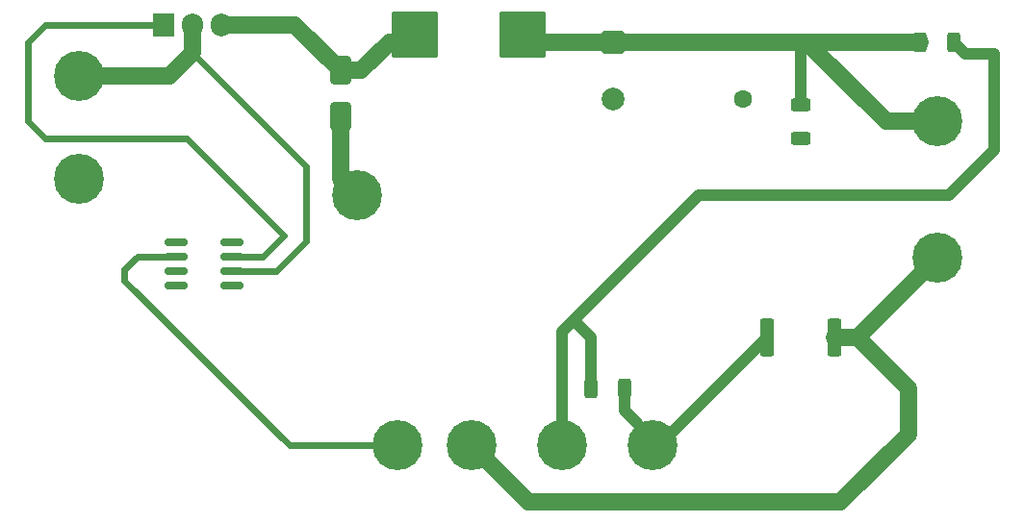
<source format=gtl>
%TF.GenerationSoftware,KiCad,Pcbnew,9.0.2*%
%TF.CreationDate,2025-06-21T01:00:01+02:00*%
%TF.ProjectId,schaltung,73636861-6c74-4756-9e67-2e6b69636164,B*%
%TF.SameCoordinates,Original*%
%TF.FileFunction,Copper,L1,Top*%
%TF.FilePolarity,Positive*%
%FSLAX46Y46*%
G04 Gerber Fmt 4.6, Leading zero omitted, Abs format (unit mm)*
G04 Created by KiCad (PCBNEW 9.0.2) date 2025-06-21 01:00:01*
%MOMM*%
%LPD*%
G01*
G04 APERTURE LIST*
G04 Aperture macros list*
%AMRoundRect*
0 Rectangle with rounded corners*
0 $1 Rounding radius*
0 $2 $3 $4 $5 $6 $7 $8 $9 X,Y pos of 4 corners*
0 Add a 4 corners polygon primitive as box body*
4,1,4,$2,$3,$4,$5,$6,$7,$8,$9,$2,$3,0*
0 Add four circle primitives for the rounded corners*
1,1,$1+$1,$2,$3*
1,1,$1+$1,$4,$5*
1,1,$1+$1,$6,$7*
1,1,$1+$1,$8,$9*
0 Add four rect primitives between the rounded corners*
20,1,$1+$1,$2,$3,$4,$5,0*
20,1,$1+$1,$4,$5,$6,$7,0*
20,1,$1+$1,$6,$7,$8,$9,0*
20,1,$1+$1,$8,$9,$2,$3,0*%
G04 Aperture macros list end*
%TA.AperFunction,SMDPad,CuDef*%
%ADD10RoundRect,0.250000X-0.625000X0.312500X-0.625000X-0.312500X0.625000X-0.312500X0.625000X0.312500X0*%
%TD*%
%TA.AperFunction,SMDPad,CuDef*%
%ADD11RoundRect,0.250000X-0.312500X-0.625000X0.312500X-0.625000X0.312500X0.625000X-0.312500X0.625000X0*%
%TD*%
%TA.AperFunction,ComponentPad*%
%ADD12C,4.400000*%
%TD*%
%TA.AperFunction,SMDPad,CuDef*%
%ADD13RoundRect,0.250000X-0.650000X1.000000X-0.650000X-1.000000X0.650000X-1.000000X0.650000X1.000000X0*%
%TD*%
%TA.AperFunction,ComponentPad*%
%ADD14C,1.600000*%
%TD*%
%TA.AperFunction,ComponentPad*%
%ADD15R,1.905000X2.000000*%
%TD*%
%TA.AperFunction,ComponentPad*%
%ADD16O,1.905000X2.000000*%
%TD*%
%TA.AperFunction,SMDPad,CuDef*%
%ADD17RoundRect,0.150000X-0.825000X-0.150000X0.825000X-0.150000X0.825000X0.150000X-0.825000X0.150000X0*%
%TD*%
%TA.AperFunction,SMDPad,CuDef*%
%ADD18RoundRect,0.250002X-1.799998X-1.799998X1.799998X-1.799998X1.799998X1.799998X-1.799998X1.799998X0*%
%TD*%
%TA.AperFunction,ComponentPad*%
%ADD19RoundRect,0.250000X-0.750000X0.750000X-0.750000X-0.750000X0.750000X-0.750000X0.750000X0.750000X0*%
%TD*%
%TA.AperFunction,ComponentPad*%
%ADD20C,2.000000*%
%TD*%
%TA.AperFunction,SMDPad,CuDef*%
%ADD21RoundRect,0.250000X0.362500X1.425000X-0.362500X1.425000X-0.362500X-1.425000X0.362500X-1.425000X0*%
%TD*%
%TA.AperFunction,ViaPad*%
%ADD22C,1.000000*%
%TD*%
%TA.AperFunction,ViaPad*%
%ADD23C,0.600000*%
%TD*%
%TA.AperFunction,Conductor*%
%ADD24C,1.000000*%
%TD*%
%TA.AperFunction,Conductor*%
%ADD25C,0.200000*%
%TD*%
%TA.AperFunction,Conductor*%
%ADD26C,1.500000*%
%TD*%
%TA.AperFunction,Conductor*%
%ADD27C,0.600000*%
%TD*%
G04 APERTURE END LIST*
D10*
%TO.P,R4_Bleed1,1*%
%TO.N,Net-(J3-Pin_1)*%
X143510000Y-62037500D03*
%TO.P,R4_Bleed1,2*%
%TO.N,Net-(J4-Pin_1)*%
X143510000Y-64962500D03*
%TD*%
D11*
%TO.P,R2,1*%
%TO.N,Net-(J3-Pin_1)*%
X154037500Y-56500000D03*
%TO.P,R2,2*%
%TO.N,Net-(J7-Pin_1)*%
X156962500Y-56500000D03*
%TD*%
%TO.P,R3,1*%
%TO.N,Net-(J7-Pin_1)*%
X125037500Y-87000000D03*
%TO.P,R3,2*%
%TO.N,GND*%
X127962500Y-87000000D03*
%TD*%
D12*
%TO.P,J2,1,Pin_1*%
%TO.N,GND*%
X80000000Y-68500000D03*
%TD*%
D13*
%TO.P,D1,1,K*%
%TO.N,Net-(D1-K)*%
X103000000Y-59000000D03*
%TO.P,D1,2,A*%
%TO.N,GND*%
X103000000Y-63000000D03*
%TD*%
D12*
%TO.P,J1,1,Pin_1*%
%TO.N,Net-(J1-Pin_1)*%
X80000000Y-59500000D03*
%TD*%
%TO.P,J3,1,Pin_1*%
%TO.N,Net-(J3-Pin_1)*%
X155500000Y-63500000D03*
%TD*%
%TO.P,J5,1,Pin_1*%
%TO.N,Net-(J5-Pin_1)*%
X108000000Y-92000000D03*
%TD*%
%TO.P,J6,1,Pin_1*%
%TO.N,Net-(J4-Pin_1)*%
X114500000Y-92000000D03*
%TD*%
%TO.P,J7,1,Pin_1*%
%TO.N,Net-(J7-Pin_1)*%
X122500000Y-92000000D03*
%TD*%
%TO.P,J10,1,Pin_1*%
%TO.N,GND*%
X104500000Y-70000000D03*
%TD*%
D14*
%TO.P,C2,1*%
%TO.N,Net-(J3-Pin_1)*%
X138430000Y-56500000D03*
%TO.P,C2,2*%
%TO.N,GND*%
X138430000Y-61500000D03*
%TD*%
D15*
%TO.P,Q1,1,G*%
%TO.N,Net-(Q1-G)*%
X87460000Y-54950000D03*
D16*
%TO.P,Q1,2,D*%
%TO.N,Net-(J1-Pin_1)*%
X90000000Y-54950000D03*
%TO.P,Q1,3,S*%
%TO.N,Net-(D1-K)*%
X92540000Y-54950000D03*
%TD*%
D12*
%TO.P,J8,1,Pin_1*%
%TO.N,GND*%
X130500000Y-92000000D03*
%TD*%
%TO.P,J4,1,Pin_1*%
%TO.N,Net-(J4-Pin_1)*%
X155500000Y-75500000D03*
%TD*%
D17*
%TO.P,U1,1,NC*%
%TO.N,unconnected-(U1-NC-Pad1)*%
X88525000Y-74095000D03*
%TO.P,U1,2,IN_A*%
%TO.N,Net-(J5-Pin_1)*%
X88525000Y-75365000D03*
%TO.P,U1,3,GND*%
%TO.N,GND*%
X88525000Y-76635000D03*
%TO.P,U1,4,IN_B*%
%TO.N,unconnected-(U1-IN_B-Pad4)*%
X88525000Y-77905000D03*
%TO.P,U1,5,OUT_B*%
%TO.N,unconnected-(U1-OUT_B-Pad5)*%
X93475000Y-77905000D03*
%TO.P,U1,6,VDD*%
%TO.N,Net-(J1-Pin_1)*%
X93475000Y-76635000D03*
%TO.P,U1,7,OUT_A*%
%TO.N,Net-(Q1-G)*%
X93475000Y-75365000D03*
%TO.P,U1,8,NC*%
%TO.N,unconnected-(U1-NC-Pad8)*%
X93475000Y-74095000D03*
%TD*%
D18*
%TO.P,L1,1,1*%
%TO.N,Net-(D1-K)*%
X109550000Y-55880000D03*
%TO.P,L1,2,2*%
%TO.N,Net-(J3-Pin_1)*%
X119050000Y-55880000D03*
%TD*%
D19*
%TO.P,C1,1*%
%TO.N,Net-(J3-Pin_1)*%
X127000000Y-56500000D03*
D20*
%TO.P,C1,2*%
%TO.N,GND*%
X127000000Y-61500000D03*
%TD*%
D21*
%TO.P,R1,1*%
%TO.N,Net-(J4-Pin_1)*%
X146462500Y-82500000D03*
%TO.P,R1,2*%
%TO.N,GND*%
X140537500Y-82500000D03*
%TD*%
D22*
%TO.N,GND*%
X103000000Y-63000000D03*
D23*
X88525000Y-76635000D03*
%TD*%
D24*
%TO.N,Net-(J3-Pin_1)*%
X143510000Y-62037500D02*
X143510000Y-56510000D01*
D25*
X143510000Y-56510000D02*
X143500000Y-56500000D01*
D26*
X119050000Y-55880000D02*
X119670000Y-56500000D01*
X119670000Y-56500000D02*
X143500000Y-56500000D01*
%TO.N,Net-(D1-K)*%
X103000000Y-59000000D02*
X104830000Y-59000000D01*
X104830000Y-59000000D02*
X107330000Y-56500000D01*
X107330000Y-56500000D02*
X108930000Y-56500000D01*
D25*
%TO.N,GND*%
X130500000Y-92000000D02*
X130500000Y-91500000D01*
D26*
X103000000Y-68500000D02*
X104500000Y-70000000D01*
D24*
X140537500Y-82500000D02*
X131037500Y-92000000D01*
X130500000Y-91500000D02*
X127962500Y-88962500D01*
D25*
X131037500Y-92000000D02*
X130500000Y-92000000D01*
D26*
X103000000Y-63000000D02*
X103000000Y-68500000D01*
D24*
X127962500Y-88962500D02*
X127962500Y-87000000D01*
D26*
%TO.N,Net-(J3-Pin_1)*%
X151000000Y-63500000D02*
X155500000Y-63500000D01*
X144000000Y-56500000D02*
X154037500Y-56500000D01*
X144000000Y-56500000D02*
X151000000Y-63500000D01*
%TO.N,Net-(D1-K)*%
X98950000Y-54950000D02*
X103000000Y-59000000D01*
X92540000Y-54950000D02*
X98950000Y-54950000D01*
D27*
%TO.N,Net-(Q1-G)*%
X89500000Y-65000000D02*
X98000000Y-73500000D01*
X87460000Y-54950000D02*
X77050000Y-54950000D01*
X75500000Y-56500000D02*
X75500000Y-63500000D01*
X77050000Y-54950000D02*
X75500000Y-56500000D01*
X98000000Y-73500000D02*
X96135000Y-75365000D01*
X75500000Y-63500000D02*
X77000000Y-65000000D01*
X77000000Y-65000000D02*
X89500000Y-65000000D01*
X96135000Y-75365000D02*
X93475000Y-75365000D01*
D26*
%TO.N,Net-(J1-Pin_1)*%
X87950000Y-59500000D02*
X90000000Y-57450000D01*
D27*
X93475000Y-76635000D02*
X97365000Y-76635000D01*
X97365000Y-76635000D02*
X100000000Y-74000000D01*
D25*
X90000000Y-54950000D02*
X90000000Y-54997500D01*
D26*
X80000000Y-59500000D02*
X87950000Y-59500000D01*
X90000000Y-57450000D02*
X90000000Y-54950000D01*
D27*
X100000000Y-67450000D02*
X90000000Y-57450000D01*
X100000000Y-74000000D02*
X100000000Y-67450000D01*
D26*
%TO.N,Net-(J4-Pin_1)*%
X114500000Y-92000000D02*
X119500000Y-97000000D01*
X119500000Y-97000000D02*
X147000000Y-97000000D01*
X148500000Y-82500000D02*
X146462500Y-82500000D01*
X152962500Y-86962500D02*
X148500000Y-82500000D01*
X155500000Y-75500000D02*
X148500000Y-82500000D01*
X152962500Y-91037500D02*
X152962500Y-86962500D01*
X147000000Y-97000000D02*
X152962500Y-91037500D01*
D24*
%TO.N,Net-(J7-Pin_1)*%
X160500000Y-66000000D02*
X160500000Y-57500000D01*
X160500000Y-57500000D02*
X157962500Y-57500000D01*
D25*
X122500000Y-92000000D02*
X122500000Y-91000000D01*
D24*
X123500000Y-81000000D02*
X122500000Y-82000000D01*
X123500000Y-81000000D02*
X134500000Y-70000000D01*
X122500000Y-82000000D02*
X122500000Y-92000000D01*
X156500000Y-70000000D02*
X160500000Y-66000000D01*
X157962500Y-57500000D02*
X156962500Y-56500000D01*
X134500000Y-70000000D02*
X156500000Y-70000000D01*
X125037500Y-87000000D02*
X125037500Y-82537500D01*
X125037500Y-82537500D02*
X123500000Y-81000000D01*
D27*
%TO.N,Net-(J5-Pin_1)*%
X84000000Y-76500000D02*
X84000000Y-77500000D01*
X85135000Y-75365000D02*
X84000000Y-76500000D01*
X88525000Y-75365000D02*
X85135000Y-75365000D01*
X98500000Y-92000000D02*
X108000000Y-92000000D01*
X84000000Y-77500000D02*
X98500000Y-92000000D01*
%TD*%
M02*

</source>
